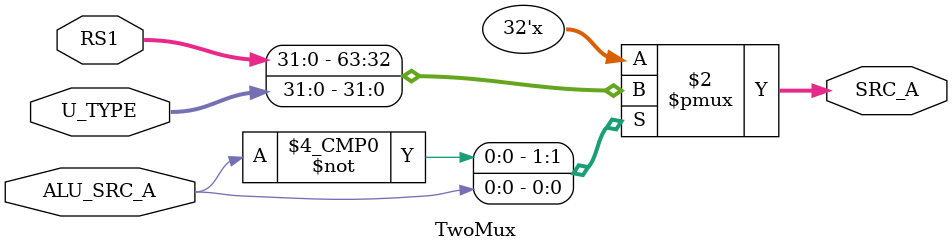
<source format=sv>
`timescale 1ns / 1ps

module TwoMux(
    input logic ALU_SRC_A, //Select signal
    input logic [31:0] RS1, //register value from id/ex
    input logic [31:0] U_TYPE, //immediate value
    output logic [31:0] SRC_A //alu input A
    );
    
    //Create a generic two-to-one MUX to be used for the ALU.
    always_comb begin
        case(ALU_SRC_A)
            2'b00: begin SRC_A = RS1; end
            2'b01: begin SRC_A = U_TYPE; end
            default:  SRC_A = RS1; //do I need a default case? 
        endcase
    end
    
endmodule

</source>
